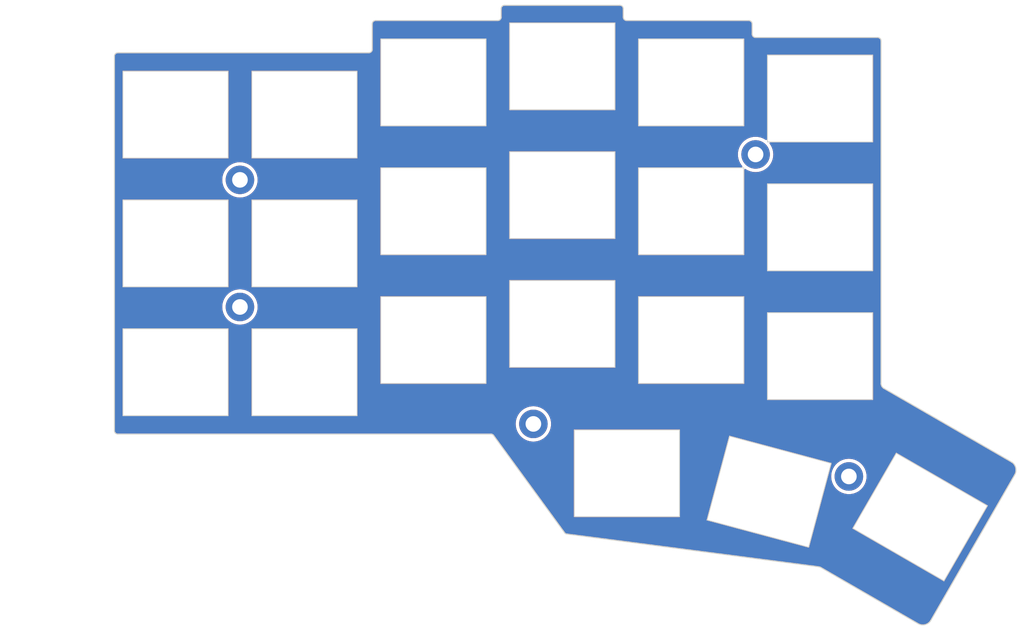
<source format=kicad_pcb>
(kicad_pcb (version 20221018) (generator pcbnew)
  (title_block (title "Corne Top Plate") (date "2020-11-12") (rev "2.1") (company "foostan"))
  (layers (0 "F.Cu" signal) (31 "B.Cu" signal) (34 "B.Paste" user) (35 "F.Paste" user) (36 "B.SilkS" user "B.Silkscreen") (37 "F.SilkS" user "F.Silkscreen") (38 "B.Mask" user) (39 "F.Mask" user) (44 "Edge.Cuts" user))
  (net 0 "")
  (footprint "kbd:M2_Hole_TH" (layer "F.Cu") (at 79.5 86.75)
    (fp_text reference "" (at 0 -3.2) (layer "F.SilkS"))
    (fp_text value "")
    (pad "" thru_hole circle (at 0 0) (size 4.2 4.2) (drill 2.3) (layers "*.Cu" "*.Mask"))
  )
  (footprint "kbd:M2_Hole_TH" (layer "F.Cu") (at 79.5 105.5)
    (fp_text reference "" (at 0 -3.2) (layer "F.SilkS"))
    (fp_text value "")
    (pad "" thru_hole circle (at 0 0) (size 4.2 4.2) (drill 2.3) (layers "*.Cu" "*.Mask"))
  )
  (footprint "kbd:M2_Hole_TH" (layer "F.Cu") (at 155.5 83)
    (fp_text reference "" (at 0 -3.2) (layer "F.SilkS"))
    (fp_text value "")
    (pad "" thru_hole circle (at 0 0) (size 4.2 4.2) (drill 2.3) (layers "*.Cu" "*.Mask"))
  )
  (footprint "kbd:M2_Hole_TH" (layer "F.Cu") (at 122.75 122.75)
    (fp_text reference "" (at 0 -3.2) (layer "F.SilkS"))
    (fp_text value "")
    (pad "" thru_hole circle (at 0 0) (size 4.2 4.2) (drill 2.3) (layers "*.Cu" "*.Mask"))
  )
  (footprint "kbd:M2_Hole_TH" (layer "F.Cu") (at 169.25 130.5)
    (fp_text reference "" (at 0 -3.2) (layer "F.SilkS"))
    (fp_text value "")
    (pad "" thru_hole circle (at 0 0) (size 4.2 4.2) (drill 2.3) (layers "*.Cu" "*.Mask"))
  )
  (footprint "kbd:SW_Hole_ALPS" (layer "F.Cu") (at 70.01 77.125)
    (fp_text reference "SW2" hide)
    (fp_text value "KEY_SWITCH" hide)
    (fp_line (start -7.75 -6.4) (end -7.75 6.4) (stroke (width 0.12)) (layer "Edge.Cuts"))
    (fp_line (start -7.75 6.4) (end 7.75 6.4) (stroke (width 0.12)) (layer "Edge.Cuts"))
    (fp_line (start 7.75 -6.4) (end -7.75 -6.4) (stroke (width 0.12)) (layer "Edge.Cuts"))
    (fp_line (start 7.75 6.4) (end 7.75 -6.4) (stroke (width 0.12)) (layer "Edge.Cuts"))
  )
  (footprint "kbd:SW_Hole_ALPS" (layer "F.Cu") (at 70.01 96.125)
    (fp_text reference "SW2" hide)
    (fp_text value "KEY_SWITCH" hide)
    (fp_line (start -7.75 -6.4) (end -7.75 6.4) (stroke (width 0.12)) (layer "Edge.Cuts"))
    (fp_line (start -7.75 6.4) (end 7.75 6.4) (stroke (width 0.12)) (layer "Edge.Cuts"))
    (fp_line (start 7.75 -6.4) (end -7.75 -6.4) (stroke (width 0.12)) (layer "Edge.Cuts"))
    (fp_line (start 7.75 6.4) (end 7.75 -6.4) (stroke (width 0.12)) (layer "Edge.Cuts"))
  )
  (footprint "kbd:SW_Hole_ALPS" (layer "F.Cu") (at 70.01 115.125)
    (fp_text reference "SW2" hide)
    (fp_text value "KEY_SWITCH" hide)
    (fp_line (start -7.75 -6.4) (end -7.75 6.4) (stroke (width 0.12)) (layer "Edge.Cuts"))
    (fp_line (start -7.75 6.4) (end 7.75 6.4) (stroke (width 0.12)) (layer "Edge.Cuts"))
    (fp_line (start 7.75 -6.4) (end -7.75 -6.4) (stroke (width 0.12)) (layer "Edge.Cuts"))
    (fp_line (start 7.75 6.4) (end 7.75 -6.4) (stroke (width 0.12)) (layer "Edge.Cuts"))
  )
  (footprint "kbd:SW_Hole_ALPS" (layer "F.Cu") (at 89.01 77.125)
    (fp_text reference "SW2" hide)
    (fp_text value "KEY_SWITCH" hide)
    (fp_line (start -7.75 -6.4) (end -7.75 6.4) (stroke (width 0.12)) (layer "Edge.Cuts"))
    (fp_line (start -7.75 6.4) (end 7.75 6.4) (stroke (width 0.12)) (layer "Edge.Cuts"))
    (fp_line (start 7.75 -6.4) (end -7.75 -6.4) (stroke (width 0.12)) (layer "Edge.Cuts"))
    (fp_line (start 7.75 6.4) (end 7.75 -6.4) (stroke (width 0.12)) (layer "Edge.Cuts"))
  )
  (footprint "kbd:SW_Hole_ALPS" (layer "F.Cu") (at 89.01 115.125)
    (fp_text reference "SW2" hide)
    (fp_text value "KEY_SWITCH" hide)
    (fp_line (start -7.75 -6.4) (end -7.75 6.4) (stroke (width 0.12)) (layer "Edge.Cuts"))
    (fp_line (start -7.75 6.4) (end 7.75 6.4) (stroke (width 0.12)) (layer "Edge.Cuts"))
    (fp_line (start 7.75 -6.4) (end -7.75 -6.4) (stroke (width 0.12)) (layer "Edge.Cuts"))
    (fp_line (start 7.75 6.4) (end 7.75 -6.4) (stroke (width 0.12)) (layer "Edge.Cuts"))
  )
  (footprint "kbd:SW_Hole_ALPS" (layer "F.Cu") (at 89.01 96.125)
    (fp_text reference "SW2" hide)
    (fp_text value "KEY_SWITCH" hide)
    (fp_line (start -7.75 -6.4) (end -7.75 6.4) (stroke (width 0.12)) (layer "Edge.Cuts"))
    (fp_line (start -7.75 6.4) (end 7.75 6.4) (stroke (width 0.12)) (layer "Edge.Cuts"))
    (fp_line (start 7.75 -6.4) (end -7.75 -6.4) (stroke (width 0.12)) (layer "Edge.Cuts"))
    (fp_line (start 7.75 6.4) (end 7.75 -6.4) (stroke (width 0.12)) (layer "Edge.Cuts"))
  )
  (footprint "kbd:SW_Hole_ALPS" (layer "F.Cu") (at 108.01 72.375)
    (fp_text reference "SW2" hide)
    (fp_text value "KEY_SWITCH" hide)
    (fp_line (start -7.75 -6.4) (end -7.75 6.4) (stroke (width 0.12)) (layer "Edge.Cuts"))
    (fp_line (start -7.75 6.4) (end 7.75 6.4) (stroke (width 0.12)) (layer "Edge.Cuts"))
    (fp_line (start 7.75 -6.4) (end -7.75 -6.4) (stroke (width 0.12)) (layer "Edge.Cuts"))
    (fp_line (start 7.75 6.4) (end 7.75 -6.4) (stroke (width 0.12)) (layer "Edge.Cuts"))
  )
  (footprint "kbd:SW_Hole_ALPS" (layer "F.Cu") (at 108.01 110.375)
    (fp_text reference "SW2" hide)
    (fp_text value "KEY_SWITCH" hide)
    (fp_line (start -7.75 -6.4) (end -7.75 6.4) (stroke (width 0.12)) (layer "Edge.Cuts"))
    (fp_line (start -7.75 6.4) (end 7.75 6.4) (stroke (width 0.12)) (layer "Edge.Cuts"))
    (fp_line (start 7.75 -6.4) (end -7.75 -6.4) (stroke (width 0.12)) (layer "Edge.Cuts"))
    (fp_line (start 7.75 6.4) (end 7.75 -6.4) (stroke (width 0.12)) (layer "Edge.Cuts"))
  )
  (footprint "kbd:SW_Hole_ALPS" (layer "F.Cu") (at 108.01 91.375)
    (fp_text reference "SW2" hide)
    (fp_text value "KEY_SWITCH" hide)
    (fp_line (start -7.75 -6.4) (end -7.75 6.4) (stroke (width 0.12)) (layer "Edge.Cuts"))
    (fp_line (start -7.75 6.4) (end 7.75 6.4) (stroke (width 0.12)) (layer "Edge.Cuts"))
    (fp_line (start 7.75 -6.4) (end -7.75 -6.4) (stroke (width 0.12)) (layer "Edge.Cuts"))
    (fp_line (start 7.75 6.4) (end 7.75 -6.4) (stroke (width 0.12)) (layer "Edge.Cuts"))
  )
  (footprint "kbd:SW_Hole_ALPS" (layer "F.Cu") (at 127.01 70)
    (fp_text reference "SW2" hide)
    (fp_text value "KEY_SWITCH" hide)
    (fp_line (start -7.75 -6.4) (end -7.75 6.4) (stroke (width 0.12)) (layer "Edge.Cuts"))
    (fp_line (start -7.75 6.4) (end 7.75 6.4) (stroke (width 0.12)) (layer "Edge.Cuts"))
    (fp_line (start 7.75 -6.4) (end -7.75 -6.4) (stroke (width 0.12)) (layer "Edge.Cuts"))
    (fp_line (start 7.75 6.4) (end 7.75 -6.4) (stroke (width 0.12)) (layer "Edge.Cuts"))
  )
  (footprint "kbd:SW_Hole_ALPS" (layer "F.Cu") (at 127.01 108)
    (fp_text reference "SW2" hide)
    (fp_text value "KEY_SWITCH" hide)
    (fp_line (start -7.75 -6.4) (end -7.75 6.4) (stroke (width 0.12)) (layer "Edge.Cuts"))
    (fp_line (start -7.75 6.4) (end 7.75 6.4) (stroke (width 0.12)) (layer "Edge.Cuts"))
    (fp_line (start 7.75 -6.4) (end -7.75 -6.4) (stroke (width 0.12)) (layer "Edge.Cuts"))
    (fp_line (start 7.75 6.4) (end 7.75 -6.4) (stroke (width 0.12)) (layer "Edge.Cuts"))
  )
  (footprint "kbd:SW_Hole_ALPS" (layer "F.Cu") (at 127.01 89)
    (fp_text reference "SW2" hide)
    (fp_text value "KEY_SWITCH" hide)
    (fp_line (start -7.75 -6.4) (end -7.75 6.4) (stroke (width 0.12)) (layer "Edge.Cuts"))
    (fp_line (start -7.75 6.4) (end 7.75 6.4) (stroke (width 0.12)) (layer "Edge.Cuts"))
    (fp_line (start 7.75 -6.4) (end -7.75 -6.4) (stroke (width 0.12)) (layer "Edge.Cuts"))
    (fp_line (start 7.75 6.4) (end 7.75 -6.4) (stroke (width 0.12)) (layer "Edge.Cuts"))
  )
  (footprint "kbd:SW_Hole_ALPS" (layer "F.Cu") (at 146.01 110.375)
    (fp_text reference "SW2" hide)
    (fp_text value "KEY_SWITCH" hide)
    (fp_line (start -7.75 -6.4) (end -7.75 6.4) (stroke (width 0.12)) (layer "Edge.Cuts"))
    (fp_line (start -7.75 6.4) (end 7.75 6.4) (stroke (width 0.12)) (layer "Edge.Cuts"))
    (fp_line (start 7.75 -6.4) (end -7.75 -6.4) (stroke (width 0.12)) (layer "Edge.Cuts"))
    (fp_line (start 7.75 6.4) (end 7.75 -6.4) (stroke (width 0.12)) (layer "Edge.Cuts"))
  )
  (footprint "kbd:SW_Hole_ALPS" (layer "F.Cu") (at 146.01 72.375)
    (fp_text reference "SW2" hide)
    (fp_text value "KEY_SWITCH" hide)
    (fp_line (start -7.75 -6.4) (end -7.75 6.4) (stroke (width 0.12)) (layer "Edge.Cuts"))
    (fp_line (start -7.75 6.4) (end 7.75 6.4) (stroke (width 0.12)) (layer "Edge.Cuts"))
    (fp_line (start 7.75 -6.4) (end -7.75 -6.4) (stroke (width 0.12)) (layer "Edge.Cuts"))
    (fp_line (start 7.75 6.4) (end 7.75 -6.4) (stroke (width 0.12)) (layer "Edge.Cuts"))
  )
  (footprint "kbd:SW_Hole_ALPS" (layer "F.Cu") (at 146.01 91.375)
    (fp_text reference "SW2" hide)
    (fp_text value "KEY_SWITCH" hide)
    (fp_line (start -7.75 -6.4) (end -7.75 6.4) (stroke (width 0.12)) (layer "Edge.Cuts"))
    (fp_line (start -7.75 6.4) (end 7.75 6.4) (stroke (width 0.12)) (layer "Edge.Cuts"))
    (fp_line (start 7.75 -6.4) (end -7.75 -6.4) (stroke (width 0.12)) (layer "Edge.Cuts"))
    (fp_line (start 7.75 6.4) (end 7.75 -6.4) (stroke (width 0.12)) (layer "Edge.Cuts"))
  )
  (footprint "kbd:SW_Hole_ALPS" (layer "F.Cu") (at 165.01 93.75)
    (fp_text reference "SW2" hide)
    (fp_text value "KEY_SWITCH" hide)
    (fp_line (start -7.75 -6.4) (end -7.75 6.4) (stroke (width 0.12)) (layer "Edge.Cuts"))
    (fp_line (start -7.75 6.4) (end 7.75 6.4) (stroke (width 0.12)) (layer "Edge.Cuts"))
    (fp_line (start 7.75 -6.4) (end -7.75 -6.4) (stroke (width 0.12)) (layer "Edge.Cuts"))
    (fp_line (start 7.75 6.4) (end 7.75 -6.4) (stroke (width 0.12)) (layer "Edge.Cuts"))
  )
  (footprint "kbd:SW_Hole_ALPS" (layer "F.Cu") (at 165.01 74.75)
    (fp_text reference "SW2" hide)
    (fp_text value "KEY_SWITCH" hide)
    (fp_line (start -7.75 -6.4) (end -7.75 6.4) (stroke (width 0.12)) (layer "Edge.Cuts"))
    (fp_line (start -7.75 6.4) (end 7.75 6.4) (stroke (width 0.12)) (layer "Edge.Cuts"))
    (fp_line (start 7.75 -6.4) (end -7.75 -6.4) (stroke (width 0.12)) (layer "Edge.Cuts"))
    (fp_line (start 7.75 6.4) (end 7.75 -6.4) (stroke (width 0.12)) (layer "Edge.Cuts"))
  )
  (footprint "kbd:SW_Hole_ALPS" (layer "F.Cu") (at 165.01 112.75)
    (fp_text reference "SW2" hide)
    (fp_text value "KEY_SWITCH" hide)
    (fp_line (start -7.75 -6.4) (end -7.75 6.4) (stroke (width 0.12)) (layer "Edge.Cuts"))
    (fp_line (start -7.75 6.4) (end 7.75 6.4) (stroke (width 0.12)) (layer "Edge.Cuts"))
    (fp_line (start 7.75 -6.4) (end -7.75 -6.4) (stroke (width 0.12)) (layer "Edge.Cuts"))
    (fp_line (start 7.75 6.4) (end 7.75 -6.4) (stroke (width 0.12)) (layer "Edge.Cuts"))
  )
  (footprint "kbd:SW_Hole_ALPS" (layer "F.Cu") (at 136.53 130.035)
    (fp_text reference "SW2" hide)
    (fp_text value "KEY_SWITCH" hide)
    (fp_line (start -7.75 -6.4) (end -7.75 6.4) (stroke (width 0.12)) (layer "Edge.Cuts"))
    (fp_line (start -7.75 6.4) (end 7.75 6.4) (stroke (width 0.12)) (layer "Edge.Cuts"))
    (fp_line (start 7.75 -6.4) (end -7.75 -6.4) (stroke (width 0.12)) (layer "Edge.Cuts"))
    (fp_line (start 7.75 6.4) (end 7.75 -6.4) (stroke (width 0.12)) (layer "Edge.Cuts"))
  )
  (footprint "kbd:SW_Hole_ALPS" (layer "F.Cu") (at 157.492 132.744 -15)
    (fp_text reference "SW2" hide)
    (fp_text value "KEY_SWITCH" hide)
    (fp_line (start -7.75 -6.4) (end -7.75 6.4) (stroke (width 0.12)) (layer "Edge.Cuts"))
    (fp_line (start -7.75 6.4) (end 7.75 6.4) (stroke (width 0.12)) (layer "Edge.Cuts"))
    (fp_line (start 7.75 -6.4) (end -7.75 -6.4) (stroke (width 0.12)) (layer "Edge.Cuts"))
    (fp_line (start 7.75 6.4) (end 7.75 -6.4) (stroke (width 0.12)) (layer "Edge.Cuts"))
  )
  (footprint "kbd:SW_Hole_ALPS" (layer "F.Cu") (at 179.75 136.485 -30)
    (fp_text reference "SW2" hide)
    (fp_text value "KEY_SWITCH" hide)
    (fp_line (start -7.75 -6.4) (end -7.75 6.4) (stroke (width 0.12)) (layer "Edge.Cuts"))
    (fp_line (start -7.75 6.4) (end 7.75 6.4) (stroke (width 0.12)) (layer "Edge.Cuts"))
    (fp_line (start 7.75 -6.4) (end -7.75 -6.4) (stroke (width 0.12)) (layer "Edge.Cuts"))
    (fp_line (start 7.75 6.4) (end 7.75 -6.4) (stroke (width 0.12)) (layer "Edge.Cuts"))
  )
  (footprint "kbd:corne-logo-horizontal-mask" (layer "F.Cu") (at 108.335 121.925)
    (fp_text reference "G***" hide)
    (fp_text value "LOGO" hide)
  )
  (footprint "kbd:corne-logo-horizontal-mask" (layer "B.Cu") (at 108.085 121.975 180)
    (fp_text reference "G***" hide)
    (fp_text value "LOGO" hide)
  )
  (gr_arc (start 193.270509 128.396988) (mid 193.860661 129.282182) (end 193.65 130.325) (stroke (width 0.15)) (layer "Edge.Cuts"))
  (gr_arc (start 99 67.5) (mid 98.853553 67.853553) (end 98.5 68) (stroke (width 0.15)) (layer "Edge.Cuts"))
  (gr_arc (start 155.5 65.75) (mid 155.146447 65.603553) (end 155 65.25) (stroke (width 0.15)) (layer "Edge.Cuts"))
  (gr_line (start 193.270509 128.396988) (end 174.35 117.475) (stroke (width 0.15)) (layer "Edge.Cuts"))
  (gr_arc (start 174.35 117.475) (mid 174.096093 117.183739) (end 173.997282 116.810192) (stroke (width 0.15)) (layer "Edge.Cuts"))
  (gr_arc (start 61.5 124.25) (mid 61.146447 124.103553) (end 61 123.75) (stroke (width 0.15)) (layer "Edge.Cuts"))
  (gr_arc (start 61 68.5) (mid 61.146447 68.146447) (end 61.5 68) (stroke (width 0.15)) (layer "Edge.Cuts"))
  (gr_line (start 173.5 65.75) (end 155.5 65.75) (stroke (width 0.15)) (layer "Edge.Cuts"))
  (gr_line (start 127.75 139) (end 164.420556 143.770344) (stroke (width 0.15)) (layer "Edge.Cuts"))
  (gr_line (start 165.075 143.9) (end 179.369251 152.160956) (stroke (width 0.15)) (layer "Edge.Cuts"))
  (gr_arc (start 154.5 63.25) (mid 154.853553 63.396447) (end 155 63.75) (stroke (width 0.15)) (layer "Edge.Cuts"))
  (gr_arc (start 118 61.5) (mid 118.146447 61.146447) (end 118.5 61) (stroke (width 0.15)) (layer "Edge.Cuts"))
  (gr_line (start 174 66.25) (end 173.997282 116.810192) (stroke (width 0.15)) (layer "Edge.Cuts"))
  (gr_arc (start 127.75 139) (mid 127.558658 138.96194) (end 127.396447 138.853553) (stroke (width 0.15)) (layer "Edge.Cuts"))
  (gr_arc (start 118 62.75) (mid 117.853553 63.103553) (end 117.5 63.25) (stroke (width 0.15)) (layer "Edge.Cuts"))
  (gr_line (start 181.297263 151.781465) (end 193.65 130.325) (stroke (width 0.15)) (layer "Edge.Cuts"))
  (gr_line (start 117.5 63.25) (end 99.5 63.25) (stroke (width 0.15)) (layer "Edge.Cuts"))
  (gr_line (start 98.5 68) (end 61.5 68) (stroke (width 0.15)) (layer "Edge.Cuts"))
  (gr_line (start 154.5 63.25) (end 136.5 63.25) (stroke (width 0.15)) (layer "Edge.Cuts"))
  (gr_line (start 99 63.75) (end 99 67.5) (stroke (width 0.15)) (layer "Edge.Cuts"))
  (gr_line (start 136 62.75) (end 136 61.5) (stroke (width 0.15)) (layer "Edge.Cuts"))
  (gr_arc (start 99 63.75) (mid 99.146447 63.396447) (end 99.5 63.25) (stroke (width 0.15)) (layer "Edge.Cuts"))
  (gr_arc (start 116.5 124.25) (mid 116.691342 124.28806) (end 116.853553 124.396447) (stroke (width 0.15)) (layer "Edge.Cuts"))
  (gr_arc (start 136.5 63.25) (mid 136.146447 63.103553) (end 136 62.75) (stroke (width 0.15)) (layer "Edge.Cuts"))
  (gr_arc (start 164.420556 143.770344) (mid 164.750952 143.819149) (end 165.075 143.9) (stroke (width 0.15)) (layer "Edge.Cuts"))
  (gr_line (start 116.853553 124.396447) (end 127.396447 138.853553) (stroke (width 0.15)) (layer "Edge.Cuts"))
  (gr_line (start 118 61.5) (end 118 62.75) (stroke (width 0.15)) (layer "Edge.Cuts"))
  (gr_line (start 116.5 124.25) (end 61.5 124.25) (stroke (width 0.15)) (layer "Edge.Cuts"))
  (gr_line (start 155 65.25) (end 155 63.75) (stroke (width 0.15)) (layer "Edge.Cuts"))
  (gr_arc (start 173.5 65.75) (mid 173.853553 65.896447) (end 174 66.25) (stroke (width 0.15)) (layer "Edge.Cuts"))
  (gr_arc (start 181.297263 151.781465) (mid 180.412069 152.371617) (end 179.369251 152.160956) (stroke (width 0.15)) (layer "Edge.Cuts"))
  (gr_line (start 61 68.5) (end 61 123.75) (stroke (width 0.15)) (layer "Edge.Cuts"))
  (gr_arc (start 135.5 61) (mid 135.853553 61.146447) (end 136 61.5) (stroke (width 0.15)) (layer "Edge.Cuts"))
  (gr_line (start 135.5 61) (end 118.5 61) (stroke (width 0.15)) (layer "Edge.Cuts"))
  (zone (net 0) (net_name "") (layer "F.Cu") (connect_pads (clearance 0.508)) (min_thickness 0.254) (fill yes (thermal_gap 0.508) (thermal_bridge_width 0.508))
    (polygon (pts (xy 136.535 62.875) (xy 155.56 62.875) (xy 155.56 65.225) (xy 174.535 65.225) (xy 174.535 116.7) (xy 195.085 128.65) (xy 180.71 153.475) (xy 164.86 144.3) (xy 127.31 139.425) (xy 116.635 124.65) (xy 60.485 124.65) (xy 60.485 67.6) (xy 98.485 67.6) (xy 98.485 62.85) (xy 117.485 62.85) (xy 117.485 60.475) (xy 136.535 60.475)))
  )
  (zone (net 0) (net_name "") (layer "B.Cu") (connect_pads (clearance 0.508)) (min_thickness 0.254) (fill yes (thermal_gap 0.508) (thermal_bridge_width 0.508))
    (polygon (pts (xy 136.535 62.85) (xy 155.56 62.85) (xy 155.56 65.225) (xy 174.535 65.225) (xy 174.535 116.7) (xy 195.035 128.625) (xy 180.71 153.45) (xy 164.91 144.325) (xy 127.31 139.425) (xy 116.635 124.65) (xy 60.485 124.65) (xy 60.485 67.6) (xy 98.485 67.6) (xy 98.485 62.85) (xy 117.485 62.875) (xy 117.485 60.475) (xy 136.535 60.475)))
  )
)
</source>
